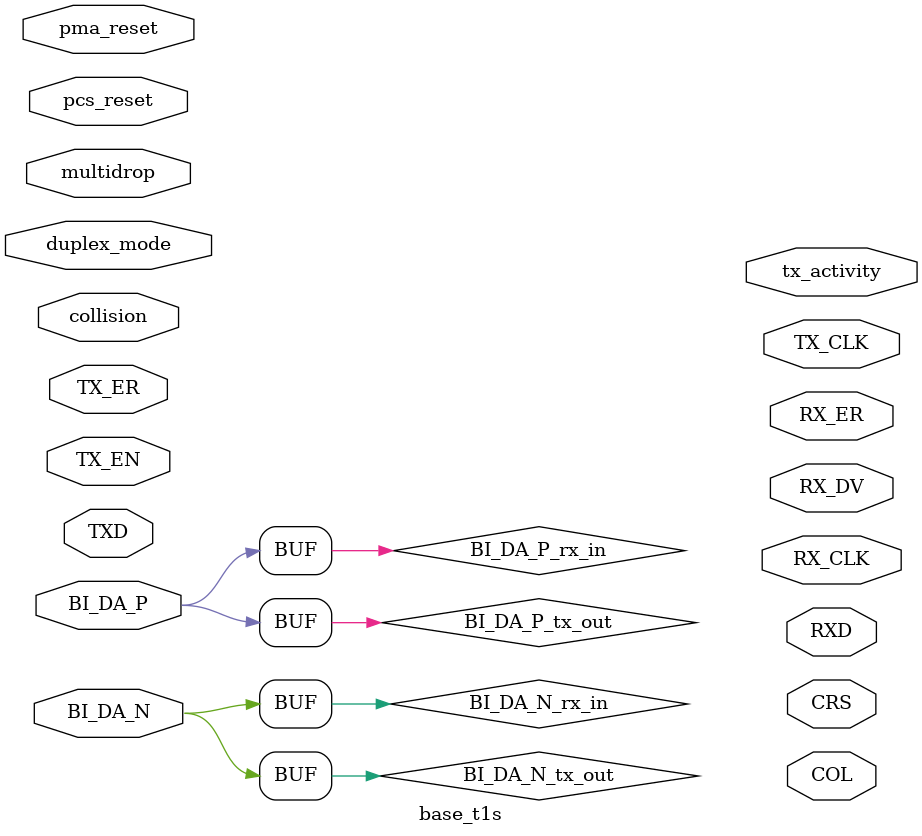
<source format=v>
/**********************************************************************/
/*                           IEEE P802.3cg                            */
/**********************************************************************/
/*                                                                    */
/*        Module: 10BASE_T1S_phy.v                                    */
/*        Date:   29/01/2025                                          */
/*                                                                    */
/**********************************************************************/

module           base_t1s(
                 pcs_reset,
                 pma_reset,
                 duplex_mode,
                 multidrop,

                 TX_CLK,
                 TX_EN,
                 TX_ER,
                 TXD,
                 CRS,

                 RX_CLK,
                 RX_DV,
                 RX_ER,
                 RXD,
                 COL,

                 BI_DA_P,
                 BI_DA_N,

                 tx_activity,
                 collision
                 );

input            pcs_reset;
input            pma_reset;
input            duplex_mode;
input            multidrop;

output           TX_CLK;
input            TX_EN;
input            TX_ER;
input[3:0]       TXD;
output           CRS;

output           RX_CLK;
output           RX_DV;
output           RX_ER;
output[3:0]      RXD;
output           COL;

inout            BI_DA_P;
inout            BI_DA_N;

output           tx_activity;
input            collision;

wire             BI_DA_P_tx_out;
wire             BI_DA_N_tx_out;

assign BI_DA_P = BI_DA_P_tx_out;
assign BI_DA_N = BI_DA_N_tx_out;

wire             BI_DA_P_rx_in;
wire             BI_DA_N_rx_in;

assign BI_DA_P_rx_in = BI_DA_P;
assign BI_DA_N_rx_in = BI_DA_N;


`ifdef simulate
`include "Clause 147/code/IEEE_P802_3cg_param.v"
`include "Clause 147/code/IEEE_P802_3cg_10BASE_T1S_phy_timing.v"

/*                                                                    */
/* delay_type                                                         */
/*                                                                    */
/* This value selects between min, typ, max, random, none PHY delays. */
/*                                                                    */

reg[2:0]         delay_type;           // min, typ, max, random, none
reg[63:0]        delay_type_ASCII;

always@(delay_type)
begin
    casex(delay_type)
        no_delay      : delay_type_ASCII = "None";
        minimum_delay : delay_type_ASCII = "Minimum";
        typical_delay : delay_type_ASCII = "Typical";
        maximum_delay : delay_type_ASCII = "Maximum";
        random_delay  : delay_type_ASCII = "Random";
    endcase
end

/*                                                                    */
/* symb_timer                                                         */
/*                                                                    */
/* A continuous  free-running  timer.  PMA_UNITDATA.request  messages */
/* are  issued  by the  PCS concurrently  with  symb_timer_done  (see */
/* 147.2.2).  TX_CLK     (see  22.2.2.1)  shall  be  generated   from */
/* symb_timer  with   the  rising  edge   of   TX_TCLK      generated */
/* synchronously with symb_timer_done.                                */
/* Continuous timer: The condition symb_timer_done becomes  true upon */
/* timer expiration.                                                  */
/* Restart time: Immediately after expiration.                        */
/* Duration: 400 ns ± 100 ppm (see 22.2.2.1)                          */
/*                                                                    */
/* STD                                                                */
/*                                                                    */
/* STD Alias for symbol timer done.                                   */
/*                                                                    */

real        clock_offset;
initial     clock_offset = $urandom_range(base_t1s.mod_inst_147_3_2_timer.symb_timer.timer_duration, 0);

reg TX_CLK;
initial TX_CLK = FALSE;
initial #clock_offset forever #(base_t1s.mod_inst_147_3_2_timer.symb_timer.timer_duration/2) TX_CLK = !TX_CLK;

reg STD;
initial STD = FALSE;
always @(posedge TX_CLK) STD = TRUE;

/*                                                                    */
/* tx_cmd                                                             */
/*                                                                    */
/* Encoding present  on  TXD<3:0>, TX_ER,  and  TX_EN  as  defined in */
/* Table 221.                                                        */
/* Values:                                                            */
/* BEACON:  PLCA  BEACON  indication encoding  present  on  TXD<3:0>, */
/* TX_ER, and TX_EN.                                                  */
/* COMMIT:  PLCA  COMMIT  indication encoding  present  on  TXD<3:0>, */
/* TX_ER, and TX_EN.                                                  */
/* SILENCE: TXD<3:0> does not  encode any  of  the above requests, or */
/* TX_ER = FALSE, or TX_ER = TRUE.                                    */
/*                                                                    */

reg[4:0]  tx_cmd;
reg[63:0] tx_cmd_ASCII;

always @(TX_EN, TX_ER, TXD)
begin
    if(TX_EN == FALSE && TX_ER == TRUE && TXD == 4'b0010)
    begin
        tx_cmd = mod_inst_147_4.BEACON;
        tx_cmd_ASCII = "BEACON";
    end
    else if(TX_EN == FALSE && TX_ER == TRUE && TXD == 4'b0011)
    begin
        tx_cmd = mod_inst_147_4.COMMIT;
        tx_cmd_ASCII = "COMMIT";
    end
    else
    begin
        tx_cmd = mod_inst_147_4.SILENCE;
        tx_cmd_ASCII = "SILENCE";
    end
end

/*                                                                    */
/* 147.4.2 PMA Transmit function                                      */
/*                                                                    */
/* If  the tx_sym parameter value is  the special 5B symbol 'I',  the */
/* PMA shall, in order:                                               */
/* a) Transmit an additional DME encoded 0, if  the previous value of */
/* the tx_sym parameter was anything but the 5B symbol 'I',           */
/* b)   When  operating  in  multidrop  mode,  present   the  minimum */
/* impedance described  in  147.9.2  at the  MDI.  This shall  happen */
/* within  40  ns  after  the  additional  DME  encoded  0  has  been */
/* transmitted.                                                       */
/* c)  When  operating in point-to-point mode, the  PMA drives BI_DA+ */
/* and BI_DA to the  same voltage with 100 Ohm nominal impedance, so */
/* that their difference is 0 V.                                      */
/*                                                                    */
/* If tx_sym value is  anything other than 'I'  the  following  rules */
/* apply:                                                             */
/* a) A clock transition shall always be  generated at the start of */
/* each bit.                                                          */
/* b) A data  transition  in  the middle of  a nominal  bit  period */
/* shall  be  generated,  if the bit to be transmitted  is a  logical */
/* '1'.  Otherwise  no  transition shall be generated until the  next */
/* bit.                                                               */
/*                                                                    */

reg              BI_DA_P_tx;
reg              BI_DA_N_tx;

reg[2:0]         tx_sym_bit;
reg[4:0]         tx_sym_n_1;

assign           #1 symbol_clock = TX_CLK;

always @(posedge symbol_clock)
begin
    tx_sym_n_1 <= tx_sym;
    if(tx_sym == base_t1s.mod_inst_147_4.SILENCE)
    begin
        if(tx_sym_n_1 != base_t1s.mod_inst_147_4.SILENCE)
        begin
            BI_DA_P_tx <= !BI_DA_P_tx;
            BI_DA_N_tx <= !BI_DA_N_tx;
            #((base_t1s.mod_inst_147_3_2_timer.symb_timer.timer_duration/5));
            BI_DA_P_tx <= 1'bZ;
            BI_DA_N_tx <= 1'bZ;
        end
        else
        begin
            BI_DA_P_tx <= 1'bZ;
            BI_DA_N_tx <= 1'bZ;
        end
    end
    else
    begin
        if(tx_sym_n_1 == base_t1s.mod_inst_147_4.SILENCE)
        begin
            BI_DA_P_tx <= 1'b1;
            BI_DA_N_tx <= 1'b0;
        end        
        else
        begin
            BI_DA_P_tx <= !BI_DA_P_tx;
            BI_DA_N_tx <= !BI_DA_N_tx;
        end
        for(tx_sym_bit = 0; tx_sym_bit <= 4; tx_sym_bit = tx_sym_bit + 1)
        begin
            #(base_t1s.mod_inst_147_3_2_timer.symb_timer.timer_duration/10);
            if(tx_sym_n_1[tx_sym_bit] == 1'b1)
            begin
                BI_DA_P_tx <= !BI_DA_P_tx;
                BI_DA_N_tx <= !BI_DA_N_tx;
            end
            if(tx_sym_bit < 4)
            begin
                #(base_t1s.mod_inst_147_3_2_timer.symb_timer.timer_duration/10);
                BI_DA_P_tx <= !BI_DA_P_tx;
                BI_DA_N_tx <= !BI_DA_N_tx;
            end
        end                
        tx_sym_bit <= 0;
    end
end 


reg  tx_activity;

always @(BI_DA_P_tx, BI_DA_N_tx)
begin
    if(BI_DA_P_tx === !BI_DA_N_tx)
    begin
        tx_activity = TRUE;
    end
    else
    begin
        tx_activity = FALSE;
    end
end

diff_delay_element   #(.delay_value_max(TX_EN_TX_ER_sampled_to_MDI_output_max), 
                       .delay_value_min(TX_EN_TX_ER_sampled_to_MDI_output_min)
                      )
delay_element_tx      (.delay_element_input_P(BI_DA_P_tx),
                       .delay_element_input_N(BI_DA_N_tx),

                      .delay_element_output_P(BI_DA_P_tx_out),
                      .delay_element_output_N(BI_DA_N_tx_out),

                      .delay_type(delay_type)
                      );

/*                                                                    */
/* Note that there is  an inherent 3 symbol time dealy in the PCS due */
/* to  the  use  of  Rxn-1  through Rxn-3 in Figure 1477 PCS Receive */
/* state diagram, minus the 3/20 of a symbol time due to the sampling */
/* point, equal to 57/20 * symbol time = 57/20 * 400 = 1140 ns.       */
/*                                                                    */

diff_delay_element   #(.delay_value_max(MDI_input_to_RX_DV_asserted_max - 1_120), 
                       .delay_value_min(MDI_input_to_RX_DV_asserted_min - 1_120)
                      )
delay_element_rx      (.delay_element_input_P(BI_DA_P_rx_in),
                       .delay_element_input_N(BI_DA_N_rx_in),

                      .delay_element_output_P(BI_DA_P_rx),
                      .delay_element_output_N(BI_DA_N_rx),

                      .delay_type(delay_type)
                      );

reg  rx_activity;
wire rx_manchester;

always @(BI_DA_P_rx, BI_DA_N_rx)
begin
    if(BI_DA_P_rx === !BI_DA_N_rx)
    begin
        rx_activity = TRUE;
    end
    else
    begin
        rx_activity = FALSE;
    end
end

assign rx_manchester = rx_activity && BI_DA_P_rx;

reg  rx_manchester_n_1;
reg[2:0] rx_sym_bit;
reg[4:0] rx_sym_sipo;
reg[4:0] rx_sym;
reg      RX_CLK;

always @(posedge rx_activity)
begin
    rx_sym_bit = 0;
end

event recv_symb_conv_timer_done;

always @(rx_manchester)
begin
    rx_manchester_n_1 = rx_manchester;
    #((base_t1s.mod_inst_147_3_2_timer.symb_timer.timer_duration * 3)/20);
    if(rx_manchester_n_1 == rx_manchester)
    begin
       rx_sym_sipo[rx_sym_bit] = 1'b0;
    end
    else
    begin
       rx_sym_sipo[rx_sym_bit] = 1'b1;
    end
    if(rx_sym_bit == 4)
    begin
        rx_sym = rx_sym_sipo;
        RSCD_147_7 = TRUE;
        -> recv_symb_conv_timer_done;
        RX_CLK = FALSE;
        rx_sym_bit = 0;
    end
    else
    begin
        rx_sym_bit = rx_sym_bit + 1;
    end
end

initial RX_CLK = TRUE;


/*                                                                    */
/* 147.4.2 PMA Transmit function                                      */
/*                                                                    */
/* The RX_CLK is set FALSE during the last DME bit if the symbol. The */
/* sample point, where RX_CLK is set FALSE, is during the second half */
/* of the DME bit, 60 ns into the 80 ns DME bit, 20 ns before the end */
/* the the DME bit. There is also a DME encoded 0 at the  end of each */
/* transmission, see item a) of subclause 147.4.2. The means that the */
/* negedge of rx_activity, which restarts  the  free running clock is */
/* 100 ns after the RX_CLK set  to FALSE. As  a result, RX_CLK should */
/* note be set to FALSE  again  for 300 ns, or 3/4 of a  clock  cycle */
/* later.                                                             */

always @(negedge rx_activity)
begin : local_clock
    forever
    begin
        #((base_t1s.mod_inst_147_3_2_timer.symb_timer.timer_duration * 15)/20 );
        rx_sym = base_t1s.mod_inst_147_4.SILENCE;
        RSCD_147_7 = TRUE;
        -> recv_symb_conv_timer_done;
        RX_CLK = FALSE;
        #(base_t1s.mod_inst_147_3_2_timer.symb_timer.timer_duration * 0.25);
    end
end

always @(negedge RX_CLK)
begin
    #(base_t1s.mod_inst_147_3_2_timer.symb_timer.timer_duration/2);   
    RX_CLK = TRUE;
end

always @(posedge rx_activity)
begin
    disable local_clock;
end
    

/*                                                                    */
/* recv_symb_conv_timer                                               */
/*                                                                    */
/* A continuous timer which  expires when the PMA_UNITDATA.indication */
/* message is generated (see 147.2.1).                                */
/* Continuous timer: The condition  recv_symb_conv_timer_done becomes */
/* true upon timer expiration.                                        */
/* Restart time: Immediately after expiration.                        */
/* Duration: timed by the PMA_UNITDATA.indication message generation. */
/*                                                                    */
/* RSCD                                                               */
/*                                                                    */
/* Alias for recv_symb_conv_timer_done.                               */
/*                                                                    */

reg RSCD_147_7;
initial RSCD_147_7 = FALSE;

/*                                                                    */
/* RXn                                                                */
/*                                                                    */
/* The rx_sym  parameter of  the  PMA_UNITADATA.indication  primitive */
/* defined in 147.2.1.                                                */
/* The 'n' subscript denotes the  rx_sym conveyed in the  most recent */
/* recv_symb_conv_timer cycle.                                        */
/* The  'n-x'  subscript  indicates  the rx_sym conveyed  'x'  cycles */
/* behind the most recent one.                                        */
/*                                                                    */

reg[23:0] rx_sym_ASCII;
reg[4:0]  RXn;
reg[23:0] RXn_ASCII;
reg[4:0]  RXn_1;
reg[23:0] RXn_1_ASCII;
reg[4:0]  RXn_2;
reg[23:0] RXn_2_ASCII;
reg[4:0]  RXn_3;
reg[23:0] RXn_3_ASCII;

always @(posedge RX_CLK)
begin
    RXn   <= rx_sym;
    RXn_1 <= RXn;
    RXn_2 <= RXn_1;
    RXn_3 <= RXn_2;
end

always @(rx_sym) rx_sym_ASCII = FIVEB_ASCII(rx_sym);
always @(RXn) RXn_ASCII = FIVEB_ASCII(RXn);
always @(RXn_1) RXn_1_ASCII = FIVEB_ASCII(RXn_1);
always @(RXn_2) RXn_2_ASCII = FIVEB_ASCII(RXn_2);
always @(RXn_3) RXn_3_ASCII = FIVEB_ASCII(RXn_3);


/*                                                                    */
/* 147.3.6 Carrier sense                                              */
/*                                                                    */
/* When operating  in half-duplex mode,  the  10BASE-T1S  PHY  senses */
/* when the media  is busy and conveys 
this information to the MAC by */
/* asserting the signal CRS on the MII as specified in 22.2.2.11.     */
/* CRS is  generated by  mapping the PMA_CARRIER.indication (pma_crs) */
/* primitive to the MII signal CRS:                                   */
/* a) CRS shall be asserted when the pma_crs parameter is CARRIER_ON. */
/* b)  CRS  shall  be   deasserted  when  the  pma_crs  parameter  is */
/* CARRIER_OFF.                                                       */
/*                                                                    */

reg              raw_CRS;
wire             CRS;

always @(BI_DA_P_rx_in, BI_DA_N_rx_in)
begin
    if((BI_DA_P_rx_in === !BI_DA_N_rx_in) && duplex_mode == mod_inst_147_7.DUPLEX_HALF)
    begin
        raw_CRS = TRUE;
    end
    else
    begin
        raw_CRS = FALSE;
    end
end

delay_element   #(MDI_input_to_CRS_asserted_max, MDI_input_to_CRS_deasserted_min)
delay_element_CRS(
                 .delay_element_input(raw_CRS),
                 .delay_element_output(CRS),

                 .delay_type(delay_type)
                 );

/*                                                                    */
/* ACTIVE_CNT                                                         */
/*                                                                    */
/* Number  of  combined  HBs and receive packets  required  to signal */
/* pcs_status = OK.                                                   */
/* Value: integer number between 0 and 7                              */
/* Default value: 2                                                   */
/*                                                                    */

reg[3:0]         ACTIVE_CNT;
initial          ACTIVE_CNT = 2;


/*                                                                    */
/* INACTIVE_CNT                                                       */
/*                                                                    */
/* Number  of  link_hold_timer expirations  without  HBs  or  receive */
/* packets required to signal pcs_status = NOT_OK.                    */
/* Value: integer number between 0 and 7                              */
/* Default value: 5                                                   */
/*                                                                    */

reg[3:0]         INACTIVE_CNT;
initial          INACTIVE_CNT = 5;



reg              mr_autoneg_enable;
reg              an_link_good;
reg              master;


wire             COL;
wire             raw_COL;
assign           raw_COL = collision;

delay_element   #(MDI_input_to_COL_deasserted_max, MDI_input_to_COL_deasserted_min)
delay_element_COL(
                 .delay_element_input(raw_COL),
                 .delay_element_output(COL),

                 .delay_type(delay_type)
                 );


reg              loc_rcv_status;

wire             symb_timer_done;
wire             unjab_timer_done;
wire             xmit_max_timer_done;
wire             symb_timer_not_done;
wire             unjab_timer_not_done;
wire             xmit_max_timer_not_done;

wire[3:0]        mod_147_4_state;
wire             transmitting;
wire             err;
wire[4:0]        tx_sym;

wire[3:0]        mod_147_7_state;
wire             RX_DV;
wire             RX_ER;
wire[3:0]        RXD;
wire[1:0]        rx_cmd;
wire[7:0]        precnt;
wire[3:0]        null_value;

wire             hb_send_timer_done;
wire             hb_timer_done;
wire             hb_send_timer_not_done;
wire             hb_timer_not_done;

wire[3:0]        mod_147_10_state;
wire             hb_cmd;

wire             link_hold_timer_done;
wire             link_hold_timer_not_done;

wire[2:0]        mod_147_11_state;
wire             pcs_status;
wire[7:0]        cnt_h;
wire[7:0]        cnt_l;

wire             mod_147_14_state;
wire             link_status;

mod_147_3_2_timer mod_inst_147_3_2_timer(
                .symb_timer_done(symb_timer_done),
                .unjab_timer_done(unjab_timer_done),
                .xmit_max_timer_done(xmit_max_timer_done),
                .symb_timer_not_done(symb_timer_not_done),
                .unjab_timer_not_done(unjab_timer_not_done),
                .xmit_max_timer_not_done(xmit_max_timer_not_done)
                 );

mod_147_4 mod_inst_147_4(
                 .pcs_reset(pcs_reset),
                 .link_control(link_control),
                 .TX_EN(TX_EN),
                 .tx_cmd(tx_cmd),
                 .STD(STD),
                 .xmit_max_timer_not_done(xmit_max_timer_not_done),
                 .xmit_max_timer_done(xmit_max_timer_done),
                 .unjab_timer_done(unjab_timer_done),
                 .hb_cmd(hb_cmd),
                 .TXDn(TXD),
                 .TX_ER(TX_ER),

                 .mod_147_4_state(mod_147_4_state),
                 .transmitting(transmitting),
                 .err(err),
                 .tx_sym(tx_sym)
                 );

mod_147_7 mod_inst_147_7(
                 .pcs_reset(pcs_reset),
                 .transmitting(transmitting),
                 .duplex_mode(duplex_mode),
                 .link_control(link_control),
                 .RSCD(RSCD_147_7),
                 .RXn(RXn),
                 .multidrop(multidrop),
                 .fc_supported(fc_supported),
                 .RXn_2(RXn_2),
                 .RXn_1(RXn_1),
                 .RXn_3(RXn_3),

                 .mod_147_7_state(mod_147_7_state),
                 .RX_DV(RX_DV),
                 .RX_ER(RX_ER),
                 .RXD(RXD),
                 .rx_cmd(rx_cmd),
                 .precnt(precnt),
                 .null_value(null_value)
                 );

mod_147_3_7_1_timer mod_inst_147_3_7_1_timer(
                .hb_send_timer_done(hb_send_timer_done),
                .hb_timer_done(hb_timer_done),
                .hb_send_timer_not_done(hb_send_timer_not_done),
                .hb_timer_not_done(hb_timer_not_done)
                 );

mod_147_10 mod_inst_147_10(
                 .pcs_reset(pcs_reset),
                 .mr_autoneg_enable(mr_autoneg_enable),
                 .an_link_good(an_link_good),
                 .multidrop(multidrop),
                 .rx_cmd(rx_cmd),
                 .tx_cmd(tx_cmd),
                 .master(master),
                 .hb_timer_done(hb_timer_done),
                 .CRS(CRS),
                 .hb_send_timer_done(hb_send_timer_done),
                 .COL(COL),
                 .RX_DV(RX_DV),

                 .mod_147_10_state(mod_147_10_state),
                 .hb_cmd(hb_cmd)
                 );

mod_147_3_7_2_timer mod_inst_147_3_7_2_timer(
                .link_hold_timer_done(link_hold_timer_done),
                .link_hold_timer_not_done(link_hold_timer_not_done)
                 );

mod_147_11 mod_inst_147_11(
                 .pcs_reset(pcs_reset),
                 .mr_autoneg_enable(mr_autoneg_enable),
                 .an_link_good(an_link_good),
                 .multidrop(multidrop),
                 .rx_cmd(rx_cmd),
                 .RX_DV(RX_DV),
                 .CRS(CRS),
                 .link_hold_timer_done(link_hold_timer_done),
                 .INACTIVE_CNT(INACTIVE_CNT),
                 .ACTIVE_CNT(ACTIVE_CNT),

                 .mod_147_11_state(mod_147_11_state),
                 .pcs_status(pcs_status),
                 .cnt_h(cnt_h),
                 .cnt_l(cnt_l)
                 );

mod_147_14 mod_inst_147_14(
                 .pma_reset(pma_reset),
                 .link_control(link_control),
                 .pcs_status(pcs_status),
                 .loc_rcv_status(loc_rcv_status),

                 .mod_147_14_state(mod_147_14_state),
                 .link_status(link_status)
                 );


`endif

endmodule

</source>
